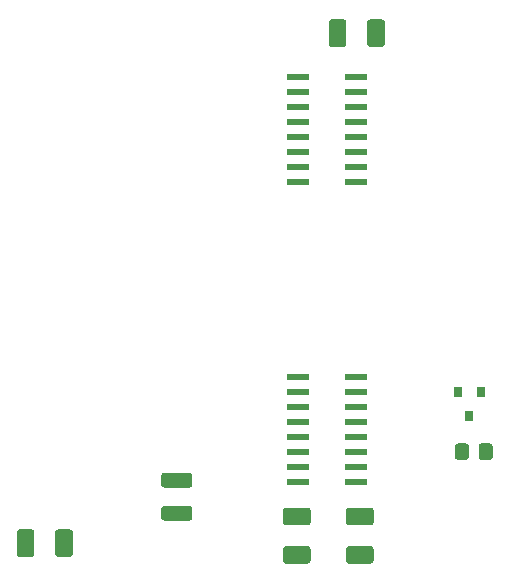
<source format=gbr>
%TF.GenerationSoftware,KiCad,Pcbnew,(5.1.8-0-10_14)*%
%TF.CreationDate,2021-05-17T09:41:11-06:00*%
%TF.ProjectId,bluescsi_iigs_internal,626c7565-7363-4736-995f-696967735f69,rev?*%
%TF.SameCoordinates,Original*%
%TF.FileFunction,Paste,Bot*%
%TF.FilePolarity,Positive*%
%FSLAX46Y46*%
G04 Gerber Fmt 4.6, Leading zero omitted, Abs format (unit mm)*
G04 Created by KiCad (PCBNEW (5.1.8-0-10_14)) date 2021-05-17 09:41:11*
%MOMM*%
%LPD*%
G01*
G04 APERTURE LIST*
%ADD10R,0.800000X0.900000*%
%ADD11R,1.970000X0.600000*%
G04 APERTURE END LIST*
%TO.C,R3*%
G36*
G01*
X172066000Y-87814999D02*
X172066000Y-88715001D01*
G75*
G02*
X171816001Y-88965000I-249999J0D01*
G01*
X171115999Y-88965000D01*
G75*
G02*
X170866000Y-88715001I0J249999D01*
G01*
X170866000Y-87814999D01*
G75*
G02*
X171115999Y-87565000I249999J0D01*
G01*
X171816001Y-87565000D01*
G75*
G02*
X172066000Y-87814999I0J-249999D01*
G01*
G37*
G36*
G01*
X174066000Y-87814999D02*
X174066000Y-88715001D01*
G75*
G02*
X173816001Y-88965000I-249999J0D01*
G01*
X173115999Y-88965000D01*
G75*
G02*
X172866000Y-88715001I0J249999D01*
G01*
X172866000Y-87814999D01*
G75*
G02*
X173115999Y-87565000I249999J0D01*
G01*
X173816001Y-87565000D01*
G75*
G02*
X174066000Y-87814999I0J-249999D01*
G01*
G37*
%TD*%
D10*
%TO.C,Q1*%
X172085000Y-85201000D03*
X173035000Y-83201000D03*
X171135000Y-83201000D03*
%TD*%
%TO.C,F1*%
G36*
G01*
X148395000Y-91300000D02*
X146245000Y-91300000D01*
G75*
G02*
X145995000Y-91050000I0J250000D01*
G01*
X145995000Y-90300000D01*
G75*
G02*
X146245000Y-90050000I250000J0D01*
G01*
X148395000Y-90050000D01*
G75*
G02*
X148645000Y-90300000I0J-250000D01*
G01*
X148645000Y-91050000D01*
G75*
G02*
X148395000Y-91300000I-250000J0D01*
G01*
G37*
G36*
G01*
X148395000Y-94100000D02*
X146245000Y-94100000D01*
G75*
G02*
X145995000Y-93850000I0J250000D01*
G01*
X145995000Y-93100000D01*
G75*
G02*
X146245000Y-92850000I250000J0D01*
G01*
X148395000Y-92850000D01*
G75*
G02*
X148645000Y-93100000I0J-250000D01*
G01*
X148645000Y-93850000D01*
G75*
G02*
X148395000Y-94100000I-250000J0D01*
G01*
G37*
%TD*%
%TO.C,C4*%
G36*
G01*
X137019000Y-96937000D02*
X137019000Y-95087000D01*
G75*
G02*
X137269000Y-94837000I250000J0D01*
G01*
X138269000Y-94837000D01*
G75*
G02*
X138519000Y-95087000I0J-250000D01*
G01*
X138519000Y-96937000D01*
G75*
G02*
X138269000Y-97187000I-250000J0D01*
G01*
X137269000Y-97187000D01*
G75*
G02*
X137019000Y-96937000I0J250000D01*
G01*
G37*
G36*
G01*
X133769000Y-96937000D02*
X133769000Y-95087000D01*
G75*
G02*
X134019000Y-94837000I250000J0D01*
G01*
X135019000Y-94837000D01*
G75*
G02*
X135269000Y-95087000I0J-250000D01*
G01*
X135269000Y-96937000D01*
G75*
G02*
X135019000Y-97187000I-250000J0D01*
G01*
X134019000Y-97187000D01*
G75*
G02*
X133769000Y-96937000I0J250000D01*
G01*
G37*
%TD*%
%TO.C,C3*%
G36*
G01*
X156555000Y-96252000D02*
X158405000Y-96252000D01*
G75*
G02*
X158655000Y-96502000I0J-250000D01*
G01*
X158655000Y-97502000D01*
G75*
G02*
X158405000Y-97752000I-250000J0D01*
G01*
X156555000Y-97752000D01*
G75*
G02*
X156305000Y-97502000I0J250000D01*
G01*
X156305000Y-96502000D01*
G75*
G02*
X156555000Y-96252000I250000J0D01*
G01*
G37*
G36*
G01*
X156555000Y-93002000D02*
X158405000Y-93002000D01*
G75*
G02*
X158655000Y-93252000I0J-250000D01*
G01*
X158655000Y-94252000D01*
G75*
G02*
X158405000Y-94502000I-250000J0D01*
G01*
X156555000Y-94502000D01*
G75*
G02*
X156305000Y-94252000I0J250000D01*
G01*
X156305000Y-93252000D01*
G75*
G02*
X156555000Y-93002000I250000J0D01*
G01*
G37*
%TD*%
%TO.C,C2*%
G36*
G01*
X161889000Y-96252000D02*
X163739000Y-96252000D01*
G75*
G02*
X163989000Y-96502000I0J-250000D01*
G01*
X163989000Y-97502000D01*
G75*
G02*
X163739000Y-97752000I-250000J0D01*
G01*
X161889000Y-97752000D01*
G75*
G02*
X161639000Y-97502000I0J250000D01*
G01*
X161639000Y-96502000D01*
G75*
G02*
X161889000Y-96252000I250000J0D01*
G01*
G37*
G36*
G01*
X161889000Y-93002000D02*
X163739000Y-93002000D01*
G75*
G02*
X163989000Y-93252000I0J-250000D01*
G01*
X163989000Y-94252000D01*
G75*
G02*
X163739000Y-94502000I-250000J0D01*
G01*
X161889000Y-94502000D01*
G75*
G02*
X161639000Y-94252000I0J250000D01*
G01*
X161639000Y-93252000D01*
G75*
G02*
X161889000Y-93002000I250000J0D01*
G01*
G37*
%TD*%
%TO.C,C1*%
G36*
G01*
X163435000Y-53757000D02*
X163435000Y-51907000D01*
G75*
G02*
X163685000Y-51657000I250000J0D01*
G01*
X164685000Y-51657000D01*
G75*
G02*
X164935000Y-51907000I0J-250000D01*
G01*
X164935000Y-53757000D01*
G75*
G02*
X164685000Y-54007000I-250000J0D01*
G01*
X163685000Y-54007000D01*
G75*
G02*
X163435000Y-53757000I0J250000D01*
G01*
G37*
G36*
G01*
X160185000Y-53757000D02*
X160185000Y-51907000D01*
G75*
G02*
X160435000Y-51657000I250000J0D01*
G01*
X161435000Y-51657000D01*
G75*
G02*
X161685000Y-51907000I0J-250000D01*
G01*
X161685000Y-53757000D01*
G75*
G02*
X161435000Y-54007000I-250000J0D01*
G01*
X160435000Y-54007000D01*
G75*
G02*
X160185000Y-53757000I0J250000D01*
G01*
G37*
%TD*%
D11*
%TO.C,U3*%
X162495000Y-81915000D03*
X162495000Y-83185000D03*
X162495000Y-84455000D03*
X162495000Y-85725000D03*
X162495000Y-86995000D03*
X162495000Y-88265000D03*
X162495000Y-89535000D03*
X162495000Y-90805000D03*
X157545000Y-90805000D03*
X157545000Y-89535000D03*
X157545000Y-88265000D03*
X157545000Y-86995000D03*
X157545000Y-85725000D03*
X157545000Y-84455000D03*
X157545000Y-83185000D03*
X157545000Y-81915000D03*
%TD*%
%TO.C,U2*%
X162495000Y-56515000D03*
X162495000Y-57785000D03*
X162495000Y-59055000D03*
X162495000Y-60325000D03*
X162495000Y-61595000D03*
X162495000Y-62865000D03*
X162495000Y-64135000D03*
X162495000Y-65405000D03*
X157545000Y-65405000D03*
X157545000Y-64135000D03*
X157545000Y-62865000D03*
X157545000Y-61595000D03*
X157545000Y-60325000D03*
X157545000Y-59055000D03*
X157545000Y-57785000D03*
X157545000Y-56515000D03*
%TD*%
M02*

</source>
